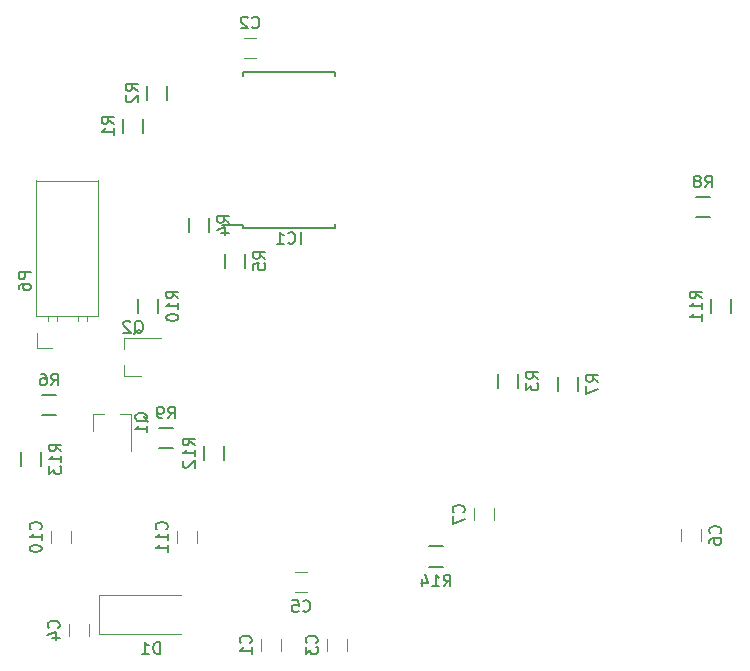
<source format=gbr>
G04 #@! TF.FileFunction,Legend,Bot*
%FSLAX46Y46*%
G04 Gerber Fmt 4.6, Leading zero omitted, Abs format (unit mm)*
G04 Created by KiCad (PCBNEW 4.0.5) date 04/19/18 13:19:11*
%MOMM*%
%LPD*%
G01*
G04 APERTURE LIST*
%ADD10C,0.100000*%
%ADD11C,0.120000*%
%ADD12C,0.150000*%
G04 APERTURE END LIST*
D10*
D11*
X136564000Y-127246000D02*
X136564000Y-126246000D01*
X138264000Y-126246000D02*
X138264000Y-127246000D01*
X135136000Y-75350000D02*
X136136000Y-75350000D01*
X136136000Y-77050000D02*
X135136000Y-77050000D01*
X142152000Y-127246000D02*
X142152000Y-126246000D01*
X143852000Y-126246000D02*
X143852000Y-127246000D01*
X120308000Y-125976000D02*
X120308000Y-124976000D01*
X122008000Y-124976000D02*
X122008000Y-125976000D01*
X140454000Y-122262000D02*
X139454000Y-122262000D01*
X139454000Y-120562000D02*
X140454000Y-120562000D01*
X173824000Y-116975000D02*
X173824000Y-117975000D01*
X172124000Y-117975000D02*
X172124000Y-116975000D01*
X154598000Y-116197000D02*
X154598000Y-115197000D01*
X156298000Y-115197000D02*
X156298000Y-116197000D01*
X118784000Y-118102000D02*
X118784000Y-117102000D01*
X120484000Y-117102000D02*
X120484000Y-118102000D01*
X129452000Y-118102000D02*
X129452000Y-117102000D01*
X131152000Y-117102000D02*
X131152000Y-118102000D01*
X122854000Y-125856000D02*
X122854000Y-122556000D01*
X122854000Y-122556000D02*
X129754000Y-122556000D01*
X122854000Y-125856000D02*
X129754000Y-125856000D01*
D12*
X135063000Y-91411000D02*
X135063000Y-91161000D01*
X142813000Y-91411000D02*
X142813000Y-91076000D01*
X142813000Y-78261000D02*
X142813000Y-78596000D01*
X135063000Y-78261000D02*
X135063000Y-78596000D01*
X135063000Y-91411000D02*
X142813000Y-91411000D01*
X135063000Y-78261000D02*
X142813000Y-78261000D01*
X135063000Y-91161000D02*
X133263000Y-91161000D01*
D11*
X117542000Y-98870000D02*
X120142000Y-98870000D01*
X120142000Y-87446000D02*
X117542000Y-87446000D01*
X117542000Y-87430000D02*
X117542000Y-98870000D01*
X118492000Y-99300000D02*
X118492000Y-98870000D01*
X119252000Y-99300000D02*
X119252000Y-98870000D01*
X120142000Y-98870000D02*
X122742000Y-98870000D01*
X122742000Y-98870000D02*
X122742000Y-87430000D01*
X122742000Y-87446000D02*
X120142000Y-87446000D01*
X121032000Y-99300000D02*
X121032000Y-98870000D01*
X121792000Y-99300000D02*
X121792000Y-98870000D01*
X117602000Y-100330000D02*
X117602000Y-101600000D01*
X117602000Y-101600000D02*
X118872000Y-101600000D01*
X122372000Y-107190000D02*
X123302000Y-107190000D01*
X125532000Y-107190000D02*
X124602000Y-107190000D01*
X125532000Y-107190000D02*
X125532000Y-110350000D01*
X122372000Y-107190000D02*
X122372000Y-108650000D01*
X124970000Y-103942000D02*
X124970000Y-103012000D01*
X124970000Y-100782000D02*
X124970000Y-101712000D01*
X124970000Y-100782000D02*
X128130000Y-100782000D01*
X124970000Y-103942000D02*
X126430000Y-103942000D01*
D12*
X126605000Y-83404000D02*
X126605000Y-82204000D01*
X124855000Y-82204000D02*
X124855000Y-83404000D01*
X128637000Y-80610000D02*
X128637000Y-79410000D01*
X126887000Y-79410000D02*
X126887000Y-80610000D01*
X156605000Y-103794000D02*
X156605000Y-104994000D01*
X158355000Y-104994000D02*
X158355000Y-103794000D01*
X130443000Y-90586000D02*
X130443000Y-91786000D01*
X132193000Y-91786000D02*
X132193000Y-90586000D01*
X133491000Y-93634000D02*
X133491000Y-94834000D01*
X135241000Y-94834000D02*
X135241000Y-93634000D01*
X118018000Y-107301000D02*
X119218000Y-107301000D01*
X119218000Y-105551000D02*
X118018000Y-105551000D01*
X161685000Y-104048000D02*
X161685000Y-105248000D01*
X163435000Y-105248000D02*
X163435000Y-104048000D01*
X173390000Y-90537000D02*
X174590000Y-90537000D01*
X174590000Y-88787000D02*
X173390000Y-88787000D01*
X127924000Y-110095000D02*
X129124000Y-110095000D01*
X129124000Y-108345000D02*
X127924000Y-108345000D01*
X126125000Y-97444000D02*
X126125000Y-98644000D01*
X127875000Y-98644000D02*
X127875000Y-97444000D01*
X176389000Y-98644000D02*
X176389000Y-97444000D01*
X174639000Y-97444000D02*
X174639000Y-98644000D01*
X133463000Y-111090000D02*
X133463000Y-109890000D01*
X131713000Y-109890000D02*
X131713000Y-111090000D01*
X116219000Y-110398000D02*
X116219000Y-111598000D01*
X117969000Y-111598000D02*
X117969000Y-110398000D01*
X151984000Y-118378000D02*
X150784000Y-118378000D01*
X150784000Y-120128000D02*
X151984000Y-120128000D01*
X135671143Y-126579334D02*
X135718762Y-126531715D01*
X135766381Y-126388858D01*
X135766381Y-126293620D01*
X135718762Y-126150762D01*
X135623524Y-126055524D01*
X135528286Y-126007905D01*
X135337810Y-125960286D01*
X135194952Y-125960286D01*
X135004476Y-126007905D01*
X134909238Y-126055524D01*
X134814000Y-126150762D01*
X134766381Y-126293620D01*
X134766381Y-126388858D01*
X134814000Y-126531715D01*
X134861619Y-126579334D01*
X135766381Y-127531715D02*
X135766381Y-126960286D01*
X135766381Y-127246000D02*
X134766381Y-127246000D01*
X134909238Y-127150762D01*
X135004476Y-127055524D01*
X135052095Y-126960286D01*
X135802666Y-74457143D02*
X135850285Y-74504762D01*
X135993142Y-74552381D01*
X136088380Y-74552381D01*
X136231238Y-74504762D01*
X136326476Y-74409524D01*
X136374095Y-74314286D01*
X136421714Y-74123810D01*
X136421714Y-73980952D01*
X136374095Y-73790476D01*
X136326476Y-73695238D01*
X136231238Y-73600000D01*
X136088380Y-73552381D01*
X135993142Y-73552381D01*
X135850285Y-73600000D01*
X135802666Y-73647619D01*
X135421714Y-73647619D02*
X135374095Y-73600000D01*
X135278857Y-73552381D01*
X135040761Y-73552381D01*
X134945523Y-73600000D01*
X134897904Y-73647619D01*
X134850285Y-73742857D01*
X134850285Y-73838095D01*
X134897904Y-73980952D01*
X135469333Y-74552381D01*
X134850285Y-74552381D01*
X141259143Y-126579334D02*
X141306762Y-126531715D01*
X141354381Y-126388858D01*
X141354381Y-126293620D01*
X141306762Y-126150762D01*
X141211524Y-126055524D01*
X141116286Y-126007905D01*
X140925810Y-125960286D01*
X140782952Y-125960286D01*
X140592476Y-126007905D01*
X140497238Y-126055524D01*
X140402000Y-126150762D01*
X140354381Y-126293620D01*
X140354381Y-126388858D01*
X140402000Y-126531715D01*
X140449619Y-126579334D01*
X140354381Y-126912667D02*
X140354381Y-127531715D01*
X140735333Y-127198381D01*
X140735333Y-127341239D01*
X140782952Y-127436477D01*
X140830571Y-127484096D01*
X140925810Y-127531715D01*
X141163905Y-127531715D01*
X141259143Y-127484096D01*
X141306762Y-127436477D01*
X141354381Y-127341239D01*
X141354381Y-127055524D01*
X141306762Y-126960286D01*
X141259143Y-126912667D01*
X119415143Y-125309334D02*
X119462762Y-125261715D01*
X119510381Y-125118858D01*
X119510381Y-125023620D01*
X119462762Y-124880762D01*
X119367524Y-124785524D01*
X119272286Y-124737905D01*
X119081810Y-124690286D01*
X118938952Y-124690286D01*
X118748476Y-124737905D01*
X118653238Y-124785524D01*
X118558000Y-124880762D01*
X118510381Y-125023620D01*
X118510381Y-125118858D01*
X118558000Y-125261715D01*
X118605619Y-125309334D01*
X118843714Y-126166477D02*
X119510381Y-126166477D01*
X118462762Y-125928381D02*
X119177048Y-125690286D01*
X119177048Y-126309334D01*
X140120666Y-123869143D02*
X140168285Y-123916762D01*
X140311142Y-123964381D01*
X140406380Y-123964381D01*
X140549238Y-123916762D01*
X140644476Y-123821524D01*
X140692095Y-123726286D01*
X140739714Y-123535810D01*
X140739714Y-123392952D01*
X140692095Y-123202476D01*
X140644476Y-123107238D01*
X140549238Y-123012000D01*
X140406380Y-122964381D01*
X140311142Y-122964381D01*
X140168285Y-123012000D01*
X140120666Y-123059619D01*
X139215904Y-122964381D02*
X139692095Y-122964381D01*
X139739714Y-123440571D01*
X139692095Y-123392952D01*
X139596857Y-123345333D01*
X139358761Y-123345333D01*
X139263523Y-123392952D01*
X139215904Y-123440571D01*
X139168285Y-123535810D01*
X139168285Y-123773905D01*
X139215904Y-123869143D01*
X139263523Y-123916762D01*
X139358761Y-123964381D01*
X139596857Y-123964381D01*
X139692095Y-123916762D01*
X139739714Y-123869143D01*
X175431143Y-117308334D02*
X175478762Y-117260715D01*
X175526381Y-117117858D01*
X175526381Y-117022620D01*
X175478762Y-116879762D01*
X175383524Y-116784524D01*
X175288286Y-116736905D01*
X175097810Y-116689286D01*
X174954952Y-116689286D01*
X174764476Y-116736905D01*
X174669238Y-116784524D01*
X174574000Y-116879762D01*
X174526381Y-117022620D01*
X174526381Y-117117858D01*
X174574000Y-117260715D01*
X174621619Y-117308334D01*
X174526381Y-118165477D02*
X174526381Y-117975000D01*
X174574000Y-117879762D01*
X174621619Y-117832143D01*
X174764476Y-117736905D01*
X174954952Y-117689286D01*
X175335905Y-117689286D01*
X175431143Y-117736905D01*
X175478762Y-117784524D01*
X175526381Y-117879762D01*
X175526381Y-118070239D01*
X175478762Y-118165477D01*
X175431143Y-118213096D01*
X175335905Y-118260715D01*
X175097810Y-118260715D01*
X175002571Y-118213096D01*
X174954952Y-118165477D01*
X174907333Y-118070239D01*
X174907333Y-117879762D01*
X174954952Y-117784524D01*
X175002571Y-117736905D01*
X175097810Y-117689286D01*
X153705143Y-115530334D02*
X153752762Y-115482715D01*
X153800381Y-115339858D01*
X153800381Y-115244620D01*
X153752762Y-115101762D01*
X153657524Y-115006524D01*
X153562286Y-114958905D01*
X153371810Y-114911286D01*
X153228952Y-114911286D01*
X153038476Y-114958905D01*
X152943238Y-115006524D01*
X152848000Y-115101762D01*
X152800381Y-115244620D01*
X152800381Y-115339858D01*
X152848000Y-115482715D01*
X152895619Y-115530334D01*
X152800381Y-115863667D02*
X152800381Y-116530334D01*
X153800381Y-116101762D01*
X117891143Y-116959143D02*
X117938762Y-116911524D01*
X117986381Y-116768667D01*
X117986381Y-116673429D01*
X117938762Y-116530571D01*
X117843524Y-116435333D01*
X117748286Y-116387714D01*
X117557810Y-116340095D01*
X117414952Y-116340095D01*
X117224476Y-116387714D01*
X117129238Y-116435333D01*
X117034000Y-116530571D01*
X116986381Y-116673429D01*
X116986381Y-116768667D01*
X117034000Y-116911524D01*
X117081619Y-116959143D01*
X117986381Y-117911524D02*
X117986381Y-117340095D01*
X117986381Y-117625809D02*
X116986381Y-117625809D01*
X117129238Y-117530571D01*
X117224476Y-117435333D01*
X117272095Y-117340095D01*
X116986381Y-118530571D02*
X116986381Y-118625810D01*
X117034000Y-118721048D01*
X117081619Y-118768667D01*
X117176857Y-118816286D01*
X117367333Y-118863905D01*
X117605429Y-118863905D01*
X117795905Y-118816286D01*
X117891143Y-118768667D01*
X117938762Y-118721048D01*
X117986381Y-118625810D01*
X117986381Y-118530571D01*
X117938762Y-118435333D01*
X117891143Y-118387714D01*
X117795905Y-118340095D01*
X117605429Y-118292476D01*
X117367333Y-118292476D01*
X117176857Y-118340095D01*
X117081619Y-118387714D01*
X117034000Y-118435333D01*
X116986381Y-118530571D01*
X128559143Y-116959143D02*
X128606762Y-116911524D01*
X128654381Y-116768667D01*
X128654381Y-116673429D01*
X128606762Y-116530571D01*
X128511524Y-116435333D01*
X128416286Y-116387714D01*
X128225810Y-116340095D01*
X128082952Y-116340095D01*
X127892476Y-116387714D01*
X127797238Y-116435333D01*
X127702000Y-116530571D01*
X127654381Y-116673429D01*
X127654381Y-116768667D01*
X127702000Y-116911524D01*
X127749619Y-116959143D01*
X128654381Y-117911524D02*
X128654381Y-117340095D01*
X128654381Y-117625809D02*
X127654381Y-117625809D01*
X127797238Y-117530571D01*
X127892476Y-117435333D01*
X127940095Y-117340095D01*
X128654381Y-118863905D02*
X128654381Y-118292476D01*
X128654381Y-118578190D02*
X127654381Y-118578190D01*
X127797238Y-118482952D01*
X127892476Y-118387714D01*
X127940095Y-118292476D01*
X127992095Y-127508381D02*
X127992095Y-126508381D01*
X127754000Y-126508381D01*
X127611142Y-126556000D01*
X127515904Y-126651238D01*
X127468285Y-126746476D01*
X127420666Y-126936952D01*
X127420666Y-127079810D01*
X127468285Y-127270286D01*
X127515904Y-127365524D01*
X127611142Y-127460762D01*
X127754000Y-127508381D01*
X127992095Y-127508381D01*
X126468285Y-127508381D02*
X127039714Y-127508381D01*
X126754000Y-127508381D02*
X126754000Y-126508381D01*
X126849238Y-126651238D01*
X126944476Y-126746476D01*
X127039714Y-126794095D01*
X139914190Y-92788381D02*
X139914190Y-91788381D01*
X138866571Y-92693143D02*
X138914190Y-92740762D01*
X139057047Y-92788381D01*
X139152285Y-92788381D01*
X139295143Y-92740762D01*
X139390381Y-92645524D01*
X139438000Y-92550286D01*
X139485619Y-92359810D01*
X139485619Y-92216952D01*
X139438000Y-92026476D01*
X139390381Y-91931238D01*
X139295143Y-91836000D01*
X139152285Y-91788381D01*
X139057047Y-91788381D01*
X138914190Y-91836000D01*
X138866571Y-91883619D01*
X137914190Y-92788381D02*
X138485619Y-92788381D01*
X138199905Y-92788381D02*
X138199905Y-91788381D01*
X138295143Y-91931238D01*
X138390381Y-92026476D01*
X138485619Y-92074095D01*
X117054381Y-95211905D02*
X116054381Y-95211905D01*
X116054381Y-95592858D01*
X116102000Y-95688096D01*
X116149619Y-95735715D01*
X116244857Y-95783334D01*
X116387714Y-95783334D01*
X116482952Y-95735715D01*
X116530571Y-95688096D01*
X116578190Y-95592858D01*
X116578190Y-95211905D01*
X116054381Y-96640477D02*
X116054381Y-96450000D01*
X116102000Y-96354762D01*
X116149619Y-96307143D01*
X116292476Y-96211905D01*
X116482952Y-96164286D01*
X116863905Y-96164286D01*
X116959143Y-96211905D01*
X117006762Y-96259524D01*
X117054381Y-96354762D01*
X117054381Y-96545239D01*
X117006762Y-96640477D01*
X116959143Y-96688096D01*
X116863905Y-96735715D01*
X116625810Y-96735715D01*
X116530571Y-96688096D01*
X116482952Y-96640477D01*
X116435333Y-96545239D01*
X116435333Y-96354762D01*
X116482952Y-96259524D01*
X116530571Y-96211905D01*
X116625810Y-96164286D01*
X126999619Y-107854762D02*
X126952000Y-107759524D01*
X126856762Y-107664286D01*
X126713905Y-107521429D01*
X126666286Y-107426190D01*
X126666286Y-107330952D01*
X126904381Y-107378571D02*
X126856762Y-107283333D01*
X126761524Y-107188095D01*
X126571048Y-107140476D01*
X126237714Y-107140476D01*
X126047238Y-107188095D01*
X125952000Y-107283333D01*
X125904381Y-107378571D01*
X125904381Y-107569048D01*
X125952000Y-107664286D01*
X126047238Y-107759524D01*
X126237714Y-107807143D01*
X126571048Y-107807143D01*
X126761524Y-107759524D01*
X126856762Y-107664286D01*
X126904381Y-107569048D01*
X126904381Y-107378571D01*
X126904381Y-108759524D02*
X126904381Y-108188095D01*
X126904381Y-108473809D02*
X125904381Y-108473809D01*
X126047238Y-108378571D01*
X126142476Y-108283333D01*
X126190095Y-108188095D01*
X125825238Y-100409619D02*
X125920476Y-100362000D01*
X126015714Y-100266762D01*
X126158571Y-100123905D01*
X126253810Y-100076286D01*
X126349048Y-100076286D01*
X126301429Y-100314381D02*
X126396667Y-100266762D01*
X126491905Y-100171524D01*
X126539524Y-99981048D01*
X126539524Y-99647714D01*
X126491905Y-99457238D01*
X126396667Y-99362000D01*
X126301429Y-99314381D01*
X126110952Y-99314381D01*
X126015714Y-99362000D01*
X125920476Y-99457238D01*
X125872857Y-99647714D01*
X125872857Y-99981048D01*
X125920476Y-100171524D01*
X126015714Y-100266762D01*
X126110952Y-100314381D01*
X126301429Y-100314381D01*
X125491905Y-99409619D02*
X125444286Y-99362000D01*
X125349048Y-99314381D01*
X125110952Y-99314381D01*
X125015714Y-99362000D01*
X124968095Y-99409619D01*
X124920476Y-99504857D01*
X124920476Y-99600095D01*
X124968095Y-99742952D01*
X125539524Y-100314381D01*
X124920476Y-100314381D01*
X124082381Y-82637334D02*
X123606190Y-82304000D01*
X124082381Y-82065905D02*
X123082381Y-82065905D01*
X123082381Y-82446858D01*
X123130000Y-82542096D01*
X123177619Y-82589715D01*
X123272857Y-82637334D01*
X123415714Y-82637334D01*
X123510952Y-82589715D01*
X123558571Y-82542096D01*
X123606190Y-82446858D01*
X123606190Y-82065905D01*
X124082381Y-83589715D02*
X124082381Y-83018286D01*
X124082381Y-83304000D02*
X123082381Y-83304000D01*
X123225238Y-83208762D01*
X123320476Y-83113524D01*
X123368095Y-83018286D01*
X126114381Y-79843334D02*
X125638190Y-79510000D01*
X126114381Y-79271905D02*
X125114381Y-79271905D01*
X125114381Y-79652858D01*
X125162000Y-79748096D01*
X125209619Y-79795715D01*
X125304857Y-79843334D01*
X125447714Y-79843334D01*
X125542952Y-79795715D01*
X125590571Y-79748096D01*
X125638190Y-79652858D01*
X125638190Y-79271905D01*
X125209619Y-80224286D02*
X125162000Y-80271905D01*
X125114381Y-80367143D01*
X125114381Y-80605239D01*
X125162000Y-80700477D01*
X125209619Y-80748096D01*
X125304857Y-80795715D01*
X125400095Y-80795715D01*
X125542952Y-80748096D01*
X126114381Y-80176667D01*
X126114381Y-80795715D01*
X160032381Y-104227334D02*
X159556190Y-103894000D01*
X160032381Y-103655905D02*
X159032381Y-103655905D01*
X159032381Y-104036858D01*
X159080000Y-104132096D01*
X159127619Y-104179715D01*
X159222857Y-104227334D01*
X159365714Y-104227334D01*
X159460952Y-104179715D01*
X159508571Y-104132096D01*
X159556190Y-104036858D01*
X159556190Y-103655905D01*
X159032381Y-104560667D02*
X159032381Y-105179715D01*
X159413333Y-104846381D01*
X159413333Y-104989239D01*
X159460952Y-105084477D01*
X159508571Y-105132096D01*
X159603810Y-105179715D01*
X159841905Y-105179715D01*
X159937143Y-105132096D01*
X159984762Y-105084477D01*
X160032381Y-104989239D01*
X160032381Y-104703524D01*
X159984762Y-104608286D01*
X159937143Y-104560667D01*
X133870381Y-91019334D02*
X133394190Y-90686000D01*
X133870381Y-90447905D02*
X132870381Y-90447905D01*
X132870381Y-90828858D01*
X132918000Y-90924096D01*
X132965619Y-90971715D01*
X133060857Y-91019334D01*
X133203714Y-91019334D01*
X133298952Y-90971715D01*
X133346571Y-90924096D01*
X133394190Y-90828858D01*
X133394190Y-90447905D01*
X133203714Y-91876477D02*
X133870381Y-91876477D01*
X132822762Y-91638381D02*
X133537048Y-91400286D01*
X133537048Y-92019334D01*
X136918381Y-94067334D02*
X136442190Y-93734000D01*
X136918381Y-93495905D02*
X135918381Y-93495905D01*
X135918381Y-93876858D01*
X135966000Y-93972096D01*
X136013619Y-94019715D01*
X136108857Y-94067334D01*
X136251714Y-94067334D01*
X136346952Y-94019715D01*
X136394571Y-93972096D01*
X136442190Y-93876858D01*
X136442190Y-93495905D01*
X135918381Y-94972096D02*
X135918381Y-94495905D01*
X136394571Y-94448286D01*
X136346952Y-94495905D01*
X136299333Y-94591143D01*
X136299333Y-94829239D01*
X136346952Y-94924477D01*
X136394571Y-94972096D01*
X136489810Y-95019715D01*
X136727905Y-95019715D01*
X136823143Y-94972096D01*
X136870762Y-94924477D01*
X136918381Y-94829239D01*
X136918381Y-94591143D01*
X136870762Y-94495905D01*
X136823143Y-94448286D01*
X118784666Y-104778381D02*
X119118000Y-104302190D01*
X119356095Y-104778381D02*
X119356095Y-103778381D01*
X118975142Y-103778381D01*
X118879904Y-103826000D01*
X118832285Y-103873619D01*
X118784666Y-103968857D01*
X118784666Y-104111714D01*
X118832285Y-104206952D01*
X118879904Y-104254571D01*
X118975142Y-104302190D01*
X119356095Y-104302190D01*
X117927523Y-103778381D02*
X118118000Y-103778381D01*
X118213238Y-103826000D01*
X118260857Y-103873619D01*
X118356095Y-104016476D01*
X118403714Y-104206952D01*
X118403714Y-104587905D01*
X118356095Y-104683143D01*
X118308476Y-104730762D01*
X118213238Y-104778381D01*
X118022761Y-104778381D01*
X117927523Y-104730762D01*
X117879904Y-104683143D01*
X117832285Y-104587905D01*
X117832285Y-104349810D01*
X117879904Y-104254571D01*
X117927523Y-104206952D01*
X118022761Y-104159333D01*
X118213238Y-104159333D01*
X118308476Y-104206952D01*
X118356095Y-104254571D01*
X118403714Y-104349810D01*
X165112381Y-104481334D02*
X164636190Y-104148000D01*
X165112381Y-103909905D02*
X164112381Y-103909905D01*
X164112381Y-104290858D01*
X164160000Y-104386096D01*
X164207619Y-104433715D01*
X164302857Y-104481334D01*
X164445714Y-104481334D01*
X164540952Y-104433715D01*
X164588571Y-104386096D01*
X164636190Y-104290858D01*
X164636190Y-103909905D01*
X164112381Y-104814667D02*
X164112381Y-105481334D01*
X165112381Y-105052762D01*
X174156666Y-88014381D02*
X174490000Y-87538190D01*
X174728095Y-88014381D02*
X174728095Y-87014381D01*
X174347142Y-87014381D01*
X174251904Y-87062000D01*
X174204285Y-87109619D01*
X174156666Y-87204857D01*
X174156666Y-87347714D01*
X174204285Y-87442952D01*
X174251904Y-87490571D01*
X174347142Y-87538190D01*
X174728095Y-87538190D01*
X173585238Y-87442952D02*
X173680476Y-87395333D01*
X173728095Y-87347714D01*
X173775714Y-87252476D01*
X173775714Y-87204857D01*
X173728095Y-87109619D01*
X173680476Y-87062000D01*
X173585238Y-87014381D01*
X173394761Y-87014381D01*
X173299523Y-87062000D01*
X173251904Y-87109619D01*
X173204285Y-87204857D01*
X173204285Y-87252476D01*
X173251904Y-87347714D01*
X173299523Y-87395333D01*
X173394761Y-87442952D01*
X173585238Y-87442952D01*
X173680476Y-87490571D01*
X173728095Y-87538190D01*
X173775714Y-87633429D01*
X173775714Y-87823905D01*
X173728095Y-87919143D01*
X173680476Y-87966762D01*
X173585238Y-88014381D01*
X173394761Y-88014381D01*
X173299523Y-87966762D01*
X173251904Y-87919143D01*
X173204285Y-87823905D01*
X173204285Y-87633429D01*
X173251904Y-87538190D01*
X173299523Y-87490571D01*
X173394761Y-87442952D01*
X128690666Y-107572381D02*
X129024000Y-107096190D01*
X129262095Y-107572381D02*
X129262095Y-106572381D01*
X128881142Y-106572381D01*
X128785904Y-106620000D01*
X128738285Y-106667619D01*
X128690666Y-106762857D01*
X128690666Y-106905714D01*
X128738285Y-107000952D01*
X128785904Y-107048571D01*
X128881142Y-107096190D01*
X129262095Y-107096190D01*
X128214476Y-107572381D02*
X128024000Y-107572381D01*
X127928761Y-107524762D01*
X127881142Y-107477143D01*
X127785904Y-107334286D01*
X127738285Y-107143810D01*
X127738285Y-106762857D01*
X127785904Y-106667619D01*
X127833523Y-106620000D01*
X127928761Y-106572381D01*
X128119238Y-106572381D01*
X128214476Y-106620000D01*
X128262095Y-106667619D01*
X128309714Y-106762857D01*
X128309714Y-107000952D01*
X128262095Y-107096190D01*
X128214476Y-107143810D01*
X128119238Y-107191429D01*
X127928761Y-107191429D01*
X127833523Y-107143810D01*
X127785904Y-107096190D01*
X127738285Y-107000952D01*
X129552381Y-97401143D02*
X129076190Y-97067809D01*
X129552381Y-96829714D02*
X128552381Y-96829714D01*
X128552381Y-97210667D01*
X128600000Y-97305905D01*
X128647619Y-97353524D01*
X128742857Y-97401143D01*
X128885714Y-97401143D01*
X128980952Y-97353524D01*
X129028571Y-97305905D01*
X129076190Y-97210667D01*
X129076190Y-96829714D01*
X129552381Y-98353524D02*
X129552381Y-97782095D01*
X129552381Y-98067809D02*
X128552381Y-98067809D01*
X128695238Y-97972571D01*
X128790476Y-97877333D01*
X128838095Y-97782095D01*
X128552381Y-98972571D02*
X128552381Y-99067810D01*
X128600000Y-99163048D01*
X128647619Y-99210667D01*
X128742857Y-99258286D01*
X128933333Y-99305905D01*
X129171429Y-99305905D01*
X129361905Y-99258286D01*
X129457143Y-99210667D01*
X129504762Y-99163048D01*
X129552381Y-99067810D01*
X129552381Y-98972571D01*
X129504762Y-98877333D01*
X129457143Y-98829714D01*
X129361905Y-98782095D01*
X129171429Y-98734476D01*
X128933333Y-98734476D01*
X128742857Y-98782095D01*
X128647619Y-98829714D01*
X128600000Y-98877333D01*
X128552381Y-98972571D01*
X173866381Y-97401143D02*
X173390190Y-97067809D01*
X173866381Y-96829714D02*
X172866381Y-96829714D01*
X172866381Y-97210667D01*
X172914000Y-97305905D01*
X172961619Y-97353524D01*
X173056857Y-97401143D01*
X173199714Y-97401143D01*
X173294952Y-97353524D01*
X173342571Y-97305905D01*
X173390190Y-97210667D01*
X173390190Y-96829714D01*
X173866381Y-98353524D02*
X173866381Y-97782095D01*
X173866381Y-98067809D02*
X172866381Y-98067809D01*
X173009238Y-97972571D01*
X173104476Y-97877333D01*
X173152095Y-97782095D01*
X173866381Y-99305905D02*
X173866381Y-98734476D01*
X173866381Y-99020190D02*
X172866381Y-99020190D01*
X173009238Y-98924952D01*
X173104476Y-98829714D01*
X173152095Y-98734476D01*
X130940381Y-109847143D02*
X130464190Y-109513809D01*
X130940381Y-109275714D02*
X129940381Y-109275714D01*
X129940381Y-109656667D01*
X129988000Y-109751905D01*
X130035619Y-109799524D01*
X130130857Y-109847143D01*
X130273714Y-109847143D01*
X130368952Y-109799524D01*
X130416571Y-109751905D01*
X130464190Y-109656667D01*
X130464190Y-109275714D01*
X130940381Y-110799524D02*
X130940381Y-110228095D01*
X130940381Y-110513809D02*
X129940381Y-110513809D01*
X130083238Y-110418571D01*
X130178476Y-110323333D01*
X130226095Y-110228095D01*
X130035619Y-111180476D02*
X129988000Y-111228095D01*
X129940381Y-111323333D01*
X129940381Y-111561429D01*
X129988000Y-111656667D01*
X130035619Y-111704286D01*
X130130857Y-111751905D01*
X130226095Y-111751905D01*
X130368952Y-111704286D01*
X130940381Y-111132857D01*
X130940381Y-111751905D01*
X119646381Y-110355143D02*
X119170190Y-110021809D01*
X119646381Y-109783714D02*
X118646381Y-109783714D01*
X118646381Y-110164667D01*
X118694000Y-110259905D01*
X118741619Y-110307524D01*
X118836857Y-110355143D01*
X118979714Y-110355143D01*
X119074952Y-110307524D01*
X119122571Y-110259905D01*
X119170190Y-110164667D01*
X119170190Y-109783714D01*
X119646381Y-111307524D02*
X119646381Y-110736095D01*
X119646381Y-111021809D02*
X118646381Y-111021809D01*
X118789238Y-110926571D01*
X118884476Y-110831333D01*
X118932095Y-110736095D01*
X118646381Y-111640857D02*
X118646381Y-112259905D01*
X119027333Y-111926571D01*
X119027333Y-112069429D01*
X119074952Y-112164667D01*
X119122571Y-112212286D01*
X119217810Y-112259905D01*
X119455905Y-112259905D01*
X119551143Y-112212286D01*
X119598762Y-112164667D01*
X119646381Y-112069429D01*
X119646381Y-111783714D01*
X119598762Y-111688476D01*
X119551143Y-111640857D01*
X152026857Y-121805381D02*
X152360191Y-121329190D01*
X152598286Y-121805381D02*
X152598286Y-120805381D01*
X152217333Y-120805381D01*
X152122095Y-120853000D01*
X152074476Y-120900619D01*
X152026857Y-120995857D01*
X152026857Y-121138714D01*
X152074476Y-121233952D01*
X152122095Y-121281571D01*
X152217333Y-121329190D01*
X152598286Y-121329190D01*
X151074476Y-121805381D02*
X151645905Y-121805381D01*
X151360191Y-121805381D02*
X151360191Y-120805381D01*
X151455429Y-120948238D01*
X151550667Y-121043476D01*
X151645905Y-121091095D01*
X150217333Y-121138714D02*
X150217333Y-121805381D01*
X150455429Y-120757762D02*
X150693524Y-121472048D01*
X150074476Y-121472048D01*
M02*

</source>
